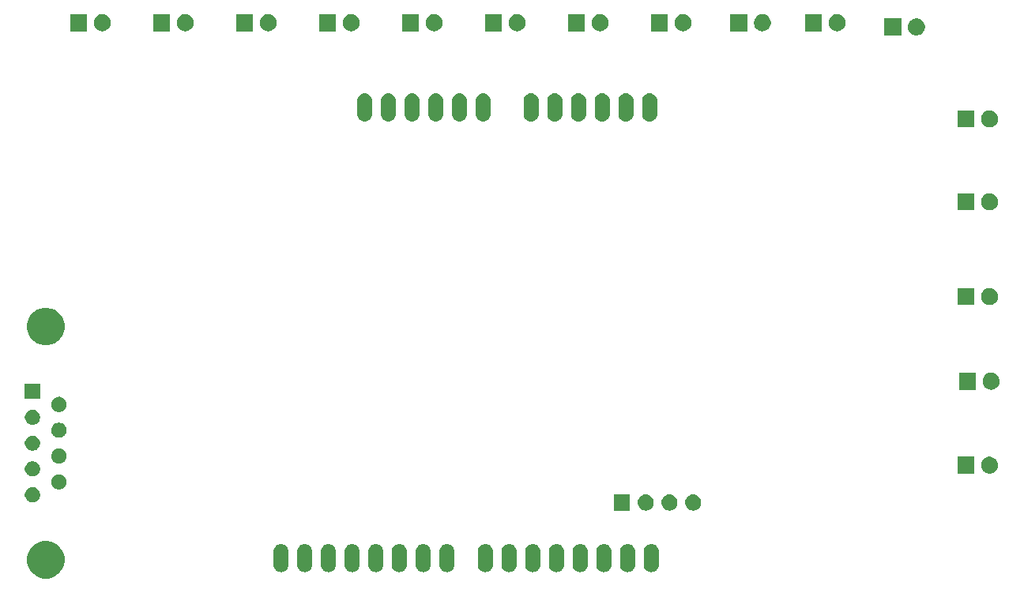
<source format=gbr>
G04 #@! TF.GenerationSoftware,KiCad,Pcbnew,(5.0.2)-1*
G04 #@! TF.CreationDate,2019-03-12T15:58:17+02:00*
G04 #@! TF.ProjectId,ev19dashboardv1,65763139-6461-4736-9862-6f6172647631,rev?*
G04 #@! TF.SameCoordinates,Original*
G04 #@! TF.FileFunction,Soldermask,Bot*
G04 #@! TF.FilePolarity,Negative*
%FSLAX46Y46*%
G04 Gerber Fmt 4.6, Leading zero omitted, Abs format (unit mm)*
G04 Created by KiCad (PCBNEW (5.0.2)-1) date 3/12/2019 3:58:17 PM*
%MOMM*%
%LPD*%
G01*
G04 APERTURE LIST*
%ADD10C,0.100000*%
G04 APERTURE END LIST*
D10*
G36*
X99826496Y-91197443D02*
X100192292Y-91348961D01*
X100521501Y-91568931D01*
X100801469Y-91848899D01*
X101021439Y-92178108D01*
X101172957Y-92543904D01*
X101250200Y-92932232D01*
X101250200Y-93328168D01*
X101172957Y-93716496D01*
X101021439Y-94082292D01*
X100801469Y-94411501D01*
X100521501Y-94691469D01*
X100192292Y-94911439D01*
X99826496Y-95062957D01*
X99438168Y-95140200D01*
X99042232Y-95140200D01*
X98653904Y-95062957D01*
X98288108Y-94911439D01*
X97958899Y-94691469D01*
X97678931Y-94411501D01*
X97458961Y-94082292D01*
X97307443Y-93716496D01*
X97230200Y-93328168D01*
X97230200Y-92932232D01*
X97307443Y-92543904D01*
X97458961Y-92178108D01*
X97678931Y-91848899D01*
X97958899Y-91568931D01*
X98288108Y-91348961D01*
X98653904Y-91197443D01*
X99042232Y-91120200D01*
X99438168Y-91120200D01*
X99826496Y-91197443D01*
X99826496Y-91197443D01*
G37*
G36*
X164298787Y-91461720D02*
X164451472Y-91508037D01*
X164592188Y-91583251D01*
X164715528Y-91684472D01*
X164816749Y-91807811D01*
X164891963Y-91948527D01*
X164938280Y-92101212D01*
X164950000Y-92220209D01*
X164950000Y-93699791D01*
X164938280Y-93818788D01*
X164891963Y-93971473D01*
X164816749Y-94112189D01*
X164715528Y-94235528D01*
X164592189Y-94336749D01*
X164451473Y-94411963D01*
X164298788Y-94458280D01*
X164140000Y-94473919D01*
X163981213Y-94458280D01*
X163828528Y-94411963D01*
X163687812Y-94336749D01*
X163564473Y-94235528D01*
X163463252Y-94112189D01*
X163388038Y-93971473D01*
X163341721Y-93818788D01*
X163330001Y-93699791D01*
X163330000Y-92220210D01*
X163341720Y-92101213D01*
X163388037Y-91948528D01*
X163463251Y-91807812D01*
X163564472Y-91684472D01*
X163687811Y-91583251D01*
X163828527Y-91508037D01*
X163981212Y-91461720D01*
X164140000Y-91446081D01*
X164298787Y-91461720D01*
X164298787Y-91461720D01*
G37*
G36*
X124608787Y-91461720D02*
X124761472Y-91508037D01*
X124902188Y-91583251D01*
X125025528Y-91684472D01*
X125126749Y-91807811D01*
X125201963Y-91948527D01*
X125248280Y-92101212D01*
X125260000Y-92220209D01*
X125260000Y-93699791D01*
X125248280Y-93818788D01*
X125201963Y-93971473D01*
X125126749Y-94112189D01*
X125025528Y-94235528D01*
X124902189Y-94336749D01*
X124761473Y-94411963D01*
X124608788Y-94458280D01*
X124450000Y-94473919D01*
X124291213Y-94458280D01*
X124138528Y-94411963D01*
X123997812Y-94336749D01*
X123874473Y-94235528D01*
X123773252Y-94112189D01*
X123698038Y-93971473D01*
X123651721Y-93818788D01*
X123640001Y-93699791D01*
X123640000Y-92220210D01*
X123651720Y-92101213D01*
X123698037Y-91948528D01*
X123773251Y-91807812D01*
X123874472Y-91684472D01*
X123997811Y-91583251D01*
X124138527Y-91508037D01*
X124291212Y-91461720D01*
X124450000Y-91446081D01*
X124608787Y-91461720D01*
X124608787Y-91461720D01*
G37*
G36*
X127148787Y-91461720D02*
X127301472Y-91508037D01*
X127442188Y-91583251D01*
X127565528Y-91684472D01*
X127666749Y-91807811D01*
X127741963Y-91948527D01*
X127788280Y-92101212D01*
X127800000Y-92220209D01*
X127800000Y-93699791D01*
X127788280Y-93818788D01*
X127741963Y-93971473D01*
X127666749Y-94112189D01*
X127565528Y-94235528D01*
X127442189Y-94336749D01*
X127301473Y-94411963D01*
X127148788Y-94458280D01*
X126990000Y-94473919D01*
X126831213Y-94458280D01*
X126678528Y-94411963D01*
X126537812Y-94336749D01*
X126414473Y-94235528D01*
X126313252Y-94112189D01*
X126238038Y-93971473D01*
X126191721Y-93818788D01*
X126180001Y-93699791D01*
X126180000Y-92220210D01*
X126191720Y-92101213D01*
X126238037Y-91948528D01*
X126313251Y-91807812D01*
X126414472Y-91684472D01*
X126537811Y-91583251D01*
X126678527Y-91508037D01*
X126831212Y-91461720D01*
X126990000Y-91446081D01*
X127148787Y-91461720D01*
X127148787Y-91461720D01*
G37*
G36*
X129688787Y-91461720D02*
X129841472Y-91508037D01*
X129982188Y-91583251D01*
X130105528Y-91684472D01*
X130206749Y-91807811D01*
X130281963Y-91948527D01*
X130328280Y-92101212D01*
X130340000Y-92220209D01*
X130340000Y-93699791D01*
X130328280Y-93818788D01*
X130281963Y-93971473D01*
X130206749Y-94112189D01*
X130105528Y-94235528D01*
X129982189Y-94336749D01*
X129841473Y-94411963D01*
X129688788Y-94458280D01*
X129530000Y-94473919D01*
X129371213Y-94458280D01*
X129218528Y-94411963D01*
X129077812Y-94336749D01*
X128954473Y-94235528D01*
X128853252Y-94112189D01*
X128778038Y-93971473D01*
X128731721Y-93818788D01*
X128720001Y-93699791D01*
X128720000Y-92220210D01*
X128731720Y-92101213D01*
X128778037Y-91948528D01*
X128853251Y-91807812D01*
X128954472Y-91684472D01*
X129077811Y-91583251D01*
X129218527Y-91508037D01*
X129371212Y-91461720D01*
X129530000Y-91446081D01*
X129688787Y-91461720D01*
X129688787Y-91461720D01*
G37*
G36*
X132228787Y-91461720D02*
X132381472Y-91508037D01*
X132522188Y-91583251D01*
X132645528Y-91684472D01*
X132746749Y-91807811D01*
X132821963Y-91948527D01*
X132868280Y-92101212D01*
X132880000Y-92220209D01*
X132880000Y-93699791D01*
X132868280Y-93818788D01*
X132821963Y-93971473D01*
X132746749Y-94112189D01*
X132645528Y-94235528D01*
X132522189Y-94336749D01*
X132381473Y-94411963D01*
X132228788Y-94458280D01*
X132070000Y-94473919D01*
X131911213Y-94458280D01*
X131758528Y-94411963D01*
X131617812Y-94336749D01*
X131494473Y-94235528D01*
X131393252Y-94112189D01*
X131318038Y-93971473D01*
X131271721Y-93818788D01*
X131260001Y-93699791D01*
X131260000Y-92220210D01*
X131271720Y-92101213D01*
X131318037Y-91948528D01*
X131393251Y-91807812D01*
X131494472Y-91684472D01*
X131617811Y-91583251D01*
X131758527Y-91508037D01*
X131911212Y-91461720D01*
X132070000Y-91446081D01*
X132228787Y-91461720D01*
X132228787Y-91461720D01*
G37*
G36*
X134768787Y-91461720D02*
X134921472Y-91508037D01*
X135062188Y-91583251D01*
X135185528Y-91684472D01*
X135286749Y-91807811D01*
X135361963Y-91948527D01*
X135408280Y-92101212D01*
X135420000Y-92220209D01*
X135420000Y-93699791D01*
X135408280Y-93818788D01*
X135361963Y-93971473D01*
X135286749Y-94112189D01*
X135185528Y-94235528D01*
X135062189Y-94336749D01*
X134921473Y-94411963D01*
X134768788Y-94458280D01*
X134610000Y-94473919D01*
X134451213Y-94458280D01*
X134298528Y-94411963D01*
X134157812Y-94336749D01*
X134034473Y-94235528D01*
X133933252Y-94112189D01*
X133858038Y-93971473D01*
X133811721Y-93818788D01*
X133800001Y-93699791D01*
X133800000Y-92220210D01*
X133811720Y-92101213D01*
X133858037Y-91948528D01*
X133933251Y-91807812D01*
X134034472Y-91684472D01*
X134157811Y-91583251D01*
X134298527Y-91508037D01*
X134451212Y-91461720D01*
X134610000Y-91446081D01*
X134768787Y-91461720D01*
X134768787Y-91461720D01*
G37*
G36*
X137288787Y-91461720D02*
X137441472Y-91508037D01*
X137582188Y-91583251D01*
X137705528Y-91684472D01*
X137806749Y-91807811D01*
X137881963Y-91948527D01*
X137928280Y-92101212D01*
X137940000Y-92220209D01*
X137940000Y-93699791D01*
X137928280Y-93818788D01*
X137881963Y-93971473D01*
X137806749Y-94112189D01*
X137705528Y-94235528D01*
X137582189Y-94336749D01*
X137441473Y-94411963D01*
X137288788Y-94458280D01*
X137130000Y-94473919D01*
X136971213Y-94458280D01*
X136818528Y-94411963D01*
X136677812Y-94336749D01*
X136554473Y-94235528D01*
X136453252Y-94112189D01*
X136378038Y-93971473D01*
X136331721Y-93818788D01*
X136320001Y-93699791D01*
X136320000Y-92220210D01*
X136331720Y-92101213D01*
X136378037Y-91948528D01*
X136453251Y-91807812D01*
X136554472Y-91684472D01*
X136677811Y-91583251D01*
X136818527Y-91508037D01*
X136971212Y-91461720D01*
X137130000Y-91446081D01*
X137288787Y-91461720D01*
X137288787Y-91461720D01*
G37*
G36*
X139848787Y-91461720D02*
X140001472Y-91508037D01*
X140142188Y-91583251D01*
X140265528Y-91684472D01*
X140366749Y-91807811D01*
X140441963Y-91948527D01*
X140488280Y-92101212D01*
X140500000Y-92220209D01*
X140500000Y-93699791D01*
X140488280Y-93818788D01*
X140441963Y-93971473D01*
X140366749Y-94112189D01*
X140265528Y-94235528D01*
X140142189Y-94336749D01*
X140001473Y-94411963D01*
X139848788Y-94458280D01*
X139690000Y-94473919D01*
X139531213Y-94458280D01*
X139378528Y-94411963D01*
X139237812Y-94336749D01*
X139114473Y-94235528D01*
X139013252Y-94112189D01*
X138938038Y-93971473D01*
X138891721Y-93818788D01*
X138880001Y-93699791D01*
X138880000Y-92220210D01*
X138891720Y-92101213D01*
X138938037Y-91948528D01*
X139013251Y-91807812D01*
X139114472Y-91684472D01*
X139237811Y-91583251D01*
X139378527Y-91508037D01*
X139531212Y-91461720D01*
X139690000Y-91446081D01*
X139848787Y-91461720D01*
X139848787Y-91461720D01*
G37*
G36*
X146518787Y-91461720D02*
X146671472Y-91508037D01*
X146812188Y-91583251D01*
X146935528Y-91684472D01*
X147036749Y-91807811D01*
X147111963Y-91948527D01*
X147158280Y-92101212D01*
X147170000Y-92220209D01*
X147170000Y-93699791D01*
X147158280Y-93818788D01*
X147111963Y-93971473D01*
X147036749Y-94112189D01*
X146935528Y-94235528D01*
X146812189Y-94336749D01*
X146671473Y-94411963D01*
X146518788Y-94458280D01*
X146360000Y-94473919D01*
X146201213Y-94458280D01*
X146048528Y-94411963D01*
X145907812Y-94336749D01*
X145784473Y-94235528D01*
X145683252Y-94112189D01*
X145608038Y-93971473D01*
X145561721Y-93818788D01*
X145550001Y-93699791D01*
X145550000Y-92220210D01*
X145561720Y-92101213D01*
X145608037Y-91948528D01*
X145683251Y-91807812D01*
X145784472Y-91684472D01*
X145907811Y-91583251D01*
X146048527Y-91508037D01*
X146201212Y-91461720D01*
X146360000Y-91446081D01*
X146518787Y-91461720D01*
X146518787Y-91461720D01*
G37*
G36*
X149058787Y-91461720D02*
X149211472Y-91508037D01*
X149352188Y-91583251D01*
X149475528Y-91684472D01*
X149576749Y-91807811D01*
X149651963Y-91948527D01*
X149698280Y-92101212D01*
X149710000Y-92220209D01*
X149710000Y-93699791D01*
X149698280Y-93818788D01*
X149651963Y-93971473D01*
X149576749Y-94112189D01*
X149475528Y-94235528D01*
X149352189Y-94336749D01*
X149211473Y-94411963D01*
X149058788Y-94458280D01*
X148900000Y-94473919D01*
X148741213Y-94458280D01*
X148588528Y-94411963D01*
X148447812Y-94336749D01*
X148324473Y-94235528D01*
X148223252Y-94112189D01*
X148148038Y-93971473D01*
X148101721Y-93818788D01*
X148090001Y-93699791D01*
X148090000Y-92220210D01*
X148101720Y-92101213D01*
X148148037Y-91948528D01*
X148223251Y-91807812D01*
X148324472Y-91684472D01*
X148447811Y-91583251D01*
X148588527Y-91508037D01*
X148741212Y-91461720D01*
X148900000Y-91446081D01*
X149058787Y-91461720D01*
X149058787Y-91461720D01*
G37*
G36*
X151598787Y-91461720D02*
X151751472Y-91508037D01*
X151892188Y-91583251D01*
X152015528Y-91684472D01*
X152116749Y-91807811D01*
X152191963Y-91948527D01*
X152238280Y-92101212D01*
X152250000Y-92220209D01*
X152250000Y-93699791D01*
X152238280Y-93818788D01*
X152191963Y-93971473D01*
X152116749Y-94112189D01*
X152015528Y-94235528D01*
X151892189Y-94336749D01*
X151751473Y-94411963D01*
X151598788Y-94458280D01*
X151440000Y-94473919D01*
X151281213Y-94458280D01*
X151128528Y-94411963D01*
X150987812Y-94336749D01*
X150864473Y-94235528D01*
X150763252Y-94112189D01*
X150688038Y-93971473D01*
X150641721Y-93818788D01*
X150630001Y-93699791D01*
X150630000Y-92220210D01*
X150641720Y-92101213D01*
X150688037Y-91948528D01*
X150763251Y-91807812D01*
X150864472Y-91684472D01*
X150987811Y-91583251D01*
X151128527Y-91508037D01*
X151281212Y-91461720D01*
X151440000Y-91446081D01*
X151598787Y-91461720D01*
X151598787Y-91461720D01*
G37*
G36*
X154138787Y-91461720D02*
X154291472Y-91508037D01*
X154432188Y-91583251D01*
X154555528Y-91684472D01*
X154656749Y-91807811D01*
X154731963Y-91948527D01*
X154778280Y-92101212D01*
X154790000Y-92220209D01*
X154790000Y-93699791D01*
X154778280Y-93818788D01*
X154731963Y-93971473D01*
X154656749Y-94112189D01*
X154555528Y-94235528D01*
X154432189Y-94336749D01*
X154291473Y-94411963D01*
X154138788Y-94458280D01*
X153980000Y-94473919D01*
X153821213Y-94458280D01*
X153668528Y-94411963D01*
X153527812Y-94336749D01*
X153404473Y-94235528D01*
X153303252Y-94112189D01*
X153228038Y-93971473D01*
X153181721Y-93818788D01*
X153170001Y-93699791D01*
X153170000Y-92220210D01*
X153181720Y-92101213D01*
X153228037Y-91948528D01*
X153303251Y-91807812D01*
X153404472Y-91684472D01*
X153527811Y-91583251D01*
X153668527Y-91508037D01*
X153821212Y-91461720D01*
X153980000Y-91446081D01*
X154138787Y-91461720D01*
X154138787Y-91461720D01*
G37*
G36*
X156678787Y-91461720D02*
X156831472Y-91508037D01*
X156972188Y-91583251D01*
X157095528Y-91684472D01*
X157196749Y-91807811D01*
X157271963Y-91948527D01*
X157318280Y-92101212D01*
X157330000Y-92220209D01*
X157330000Y-93699791D01*
X157318280Y-93818788D01*
X157271963Y-93971473D01*
X157196749Y-94112189D01*
X157095528Y-94235528D01*
X156972189Y-94336749D01*
X156831473Y-94411963D01*
X156678788Y-94458280D01*
X156520000Y-94473919D01*
X156361213Y-94458280D01*
X156208528Y-94411963D01*
X156067812Y-94336749D01*
X155944473Y-94235528D01*
X155843252Y-94112189D01*
X155768038Y-93971473D01*
X155721721Y-93818788D01*
X155710001Y-93699791D01*
X155710000Y-92220210D01*
X155721720Y-92101213D01*
X155768037Y-91948528D01*
X155843251Y-91807812D01*
X155944472Y-91684472D01*
X156067811Y-91583251D01*
X156208527Y-91508037D01*
X156361212Y-91461720D01*
X156520000Y-91446081D01*
X156678787Y-91461720D01*
X156678787Y-91461720D01*
G37*
G36*
X159218787Y-91461720D02*
X159371472Y-91508037D01*
X159512188Y-91583251D01*
X159635528Y-91684472D01*
X159736749Y-91807811D01*
X159811963Y-91948527D01*
X159858280Y-92101212D01*
X159870000Y-92220209D01*
X159870000Y-93699791D01*
X159858280Y-93818788D01*
X159811963Y-93971473D01*
X159736749Y-94112189D01*
X159635528Y-94235528D01*
X159512189Y-94336749D01*
X159371473Y-94411963D01*
X159218788Y-94458280D01*
X159060000Y-94473919D01*
X158901213Y-94458280D01*
X158748528Y-94411963D01*
X158607812Y-94336749D01*
X158484473Y-94235528D01*
X158383252Y-94112189D01*
X158308038Y-93971473D01*
X158261721Y-93818788D01*
X158250001Y-93699791D01*
X158250000Y-92220210D01*
X158261720Y-92101213D01*
X158308037Y-91948528D01*
X158383251Y-91807812D01*
X158484472Y-91684472D01*
X158607811Y-91583251D01*
X158748527Y-91508037D01*
X158901212Y-91461720D01*
X159060000Y-91446081D01*
X159218787Y-91461720D01*
X159218787Y-91461720D01*
G37*
G36*
X161758787Y-91461720D02*
X161911472Y-91508037D01*
X162052188Y-91583251D01*
X162175528Y-91684472D01*
X162276749Y-91807811D01*
X162351963Y-91948527D01*
X162398280Y-92101212D01*
X162410000Y-92220209D01*
X162410000Y-93699791D01*
X162398280Y-93818788D01*
X162351963Y-93971473D01*
X162276749Y-94112189D01*
X162175528Y-94235528D01*
X162052189Y-94336749D01*
X161911473Y-94411963D01*
X161758788Y-94458280D01*
X161600000Y-94473919D01*
X161441213Y-94458280D01*
X161288528Y-94411963D01*
X161147812Y-94336749D01*
X161024473Y-94235528D01*
X160923252Y-94112189D01*
X160848038Y-93971473D01*
X160801721Y-93818788D01*
X160790001Y-93699791D01*
X160790000Y-92220210D01*
X160801720Y-92101213D01*
X160848037Y-91948528D01*
X160923251Y-91807812D01*
X161024472Y-91684472D01*
X161147811Y-91583251D01*
X161288527Y-91508037D01*
X161441212Y-91461720D01*
X161600000Y-91446081D01*
X161758787Y-91461720D01*
X161758787Y-91461720D01*
G37*
G36*
X142388787Y-91461720D02*
X142541472Y-91508037D01*
X142682188Y-91583251D01*
X142805528Y-91684472D01*
X142906749Y-91807811D01*
X142981963Y-91948527D01*
X143028280Y-92101212D01*
X143040000Y-92220209D01*
X143040000Y-93699791D01*
X143028280Y-93818788D01*
X142981963Y-93971473D01*
X142906749Y-94112189D01*
X142805528Y-94235528D01*
X142682189Y-94336749D01*
X142541473Y-94411963D01*
X142388788Y-94458280D01*
X142230000Y-94473919D01*
X142071213Y-94458280D01*
X141918528Y-94411963D01*
X141777812Y-94336749D01*
X141654473Y-94235528D01*
X141553252Y-94112189D01*
X141478038Y-93971473D01*
X141431721Y-93818788D01*
X141420001Y-93699791D01*
X141420000Y-92220210D01*
X141431720Y-92101213D01*
X141478037Y-91948528D01*
X141553251Y-91807812D01*
X141654472Y-91684472D01*
X141777811Y-91583251D01*
X141918527Y-91508037D01*
X142071212Y-91461720D01*
X142230000Y-91446081D01*
X142388787Y-91461720D01*
X142388787Y-91461720D01*
G37*
G36*
X168788589Y-86152444D02*
X168950700Y-86201619D01*
X169100102Y-86281476D01*
X169231054Y-86388946D01*
X169338524Y-86519898D01*
X169418381Y-86669300D01*
X169467556Y-86831411D01*
X169484161Y-87000000D01*
X169467556Y-87168589D01*
X169418381Y-87330700D01*
X169338524Y-87480102D01*
X169231054Y-87611054D01*
X169100102Y-87718524D01*
X168950700Y-87798381D01*
X168788589Y-87847556D01*
X168662246Y-87860000D01*
X168577754Y-87860000D01*
X168451411Y-87847556D01*
X168289300Y-87798381D01*
X168139898Y-87718524D01*
X168008946Y-87611054D01*
X167901476Y-87480102D01*
X167821619Y-87330700D01*
X167772444Y-87168589D01*
X167755839Y-87000000D01*
X167772444Y-86831411D01*
X167821619Y-86669300D01*
X167901476Y-86519898D01*
X168008946Y-86388946D01*
X168139898Y-86281476D01*
X168289300Y-86201619D01*
X168451411Y-86152444D01*
X168577754Y-86140000D01*
X168662246Y-86140000D01*
X168788589Y-86152444D01*
X168788589Y-86152444D01*
G37*
G36*
X163708589Y-86152444D02*
X163870700Y-86201619D01*
X164020102Y-86281476D01*
X164151054Y-86388946D01*
X164258524Y-86519898D01*
X164338381Y-86669300D01*
X164387556Y-86831411D01*
X164404161Y-87000000D01*
X164387556Y-87168589D01*
X164338381Y-87330700D01*
X164258524Y-87480102D01*
X164151054Y-87611054D01*
X164020102Y-87718524D01*
X163870700Y-87798381D01*
X163708589Y-87847556D01*
X163582246Y-87860000D01*
X163497754Y-87860000D01*
X163371411Y-87847556D01*
X163209300Y-87798381D01*
X163059898Y-87718524D01*
X162928946Y-87611054D01*
X162821476Y-87480102D01*
X162741619Y-87330700D01*
X162692444Y-87168589D01*
X162675839Y-87000000D01*
X162692444Y-86831411D01*
X162741619Y-86669300D01*
X162821476Y-86519898D01*
X162928946Y-86388946D01*
X163059898Y-86281476D01*
X163209300Y-86201619D01*
X163371411Y-86152444D01*
X163497754Y-86140000D01*
X163582246Y-86140000D01*
X163708589Y-86152444D01*
X163708589Y-86152444D01*
G37*
G36*
X166248589Y-86152444D02*
X166410700Y-86201619D01*
X166560102Y-86281476D01*
X166691054Y-86388946D01*
X166798524Y-86519898D01*
X166878381Y-86669300D01*
X166927556Y-86831411D01*
X166944161Y-87000000D01*
X166927556Y-87168589D01*
X166878381Y-87330700D01*
X166798524Y-87480102D01*
X166691054Y-87611054D01*
X166560102Y-87718524D01*
X166410700Y-87798381D01*
X166248589Y-87847556D01*
X166122246Y-87860000D01*
X166037754Y-87860000D01*
X165911411Y-87847556D01*
X165749300Y-87798381D01*
X165599898Y-87718524D01*
X165468946Y-87611054D01*
X165361476Y-87480102D01*
X165281619Y-87330700D01*
X165232444Y-87168589D01*
X165215839Y-87000000D01*
X165232444Y-86831411D01*
X165281619Y-86669300D01*
X165361476Y-86519898D01*
X165468946Y-86388946D01*
X165599898Y-86281476D01*
X165749300Y-86201619D01*
X165911411Y-86152444D01*
X166037754Y-86140000D01*
X166122246Y-86140000D01*
X166248589Y-86152444D01*
X166248589Y-86152444D01*
G37*
G36*
X161860000Y-87860000D02*
X160140000Y-87860000D01*
X160140000Y-86140000D01*
X161860000Y-86140000D01*
X161860000Y-87860000D01*
X161860000Y-87860000D01*
G37*
G36*
X97938834Y-85367929D02*
X98056466Y-85391327D01*
X98056469Y-85391328D01*
X98056468Y-85391328D01*
X98203879Y-85452388D01*
X98203882Y-85452390D01*
X98336542Y-85541029D01*
X98449371Y-85653858D01*
X98538010Y-85786518D01*
X98538012Y-85786521D01*
X98587795Y-85906707D01*
X98599073Y-85933934D01*
X98630200Y-86090423D01*
X98630200Y-86249977D01*
X98599073Y-86406466D01*
X98599072Y-86406468D01*
X98538012Y-86553879D01*
X98538010Y-86553882D01*
X98449371Y-86686542D01*
X98336542Y-86799371D01*
X98203882Y-86888010D01*
X98203879Y-86888012D01*
X98083693Y-86937795D01*
X98056466Y-86949073D01*
X97938834Y-86972471D01*
X97899978Y-86980200D01*
X97740422Y-86980200D01*
X97701566Y-86972471D01*
X97583934Y-86949073D01*
X97556707Y-86937795D01*
X97436521Y-86888012D01*
X97436518Y-86888010D01*
X97303858Y-86799371D01*
X97191029Y-86686542D01*
X97102390Y-86553882D01*
X97102388Y-86553879D01*
X97041328Y-86406468D01*
X97041327Y-86406466D01*
X97010200Y-86249977D01*
X97010200Y-86090423D01*
X97041327Y-85933934D01*
X97052605Y-85906707D01*
X97102388Y-85786521D01*
X97102390Y-85786518D01*
X97191029Y-85653858D01*
X97303858Y-85541029D01*
X97436518Y-85452390D01*
X97436521Y-85452388D01*
X97583932Y-85391328D01*
X97583931Y-85391328D01*
X97583934Y-85391327D01*
X97701566Y-85367929D01*
X97740422Y-85360200D01*
X97899978Y-85360200D01*
X97938834Y-85367929D01*
X97938834Y-85367929D01*
G37*
G36*
X100778834Y-83982929D02*
X100896466Y-84006327D01*
X100896469Y-84006328D01*
X100896468Y-84006328D01*
X101043879Y-84067388D01*
X101043882Y-84067390D01*
X101176542Y-84156029D01*
X101289371Y-84268858D01*
X101378010Y-84401518D01*
X101378012Y-84401521D01*
X101427795Y-84521707D01*
X101439073Y-84548934D01*
X101470200Y-84705423D01*
X101470200Y-84864977D01*
X101439073Y-85021466D01*
X101439072Y-85021468D01*
X101378012Y-85168879D01*
X101378010Y-85168882D01*
X101289371Y-85301542D01*
X101176542Y-85414371D01*
X101043882Y-85503010D01*
X101043879Y-85503012D01*
X100952098Y-85541029D01*
X100896466Y-85564073D01*
X100778834Y-85587471D01*
X100739978Y-85595200D01*
X100580422Y-85595200D01*
X100541566Y-85587471D01*
X100423934Y-85564073D01*
X100368302Y-85541029D01*
X100276521Y-85503012D01*
X100276518Y-85503010D01*
X100143858Y-85414371D01*
X100031029Y-85301542D01*
X99942390Y-85168882D01*
X99942388Y-85168879D01*
X99881328Y-85021468D01*
X99881327Y-85021466D01*
X99850200Y-84864977D01*
X99850200Y-84705423D01*
X99881327Y-84548934D01*
X99892605Y-84521707D01*
X99942388Y-84401521D01*
X99942390Y-84401518D01*
X100031029Y-84268858D01*
X100143858Y-84156029D01*
X100276518Y-84067390D01*
X100276521Y-84067388D01*
X100423932Y-84006328D01*
X100423931Y-84006328D01*
X100423934Y-84006327D01*
X100541566Y-83982929D01*
X100580422Y-83975200D01*
X100739978Y-83975200D01*
X100778834Y-83982929D01*
X100778834Y-83982929D01*
G37*
G36*
X97938834Y-82597929D02*
X98056466Y-82621327D01*
X98056469Y-82621328D01*
X98056468Y-82621328D01*
X98203879Y-82682388D01*
X98203882Y-82682390D01*
X98336542Y-82771029D01*
X98449371Y-82883858D01*
X98538010Y-83016518D01*
X98538012Y-83016521D01*
X98587795Y-83136707D01*
X98599073Y-83163934D01*
X98630200Y-83320423D01*
X98630200Y-83479977D01*
X98599073Y-83636466D01*
X98599072Y-83636468D01*
X98538012Y-83783879D01*
X98538010Y-83783882D01*
X98449371Y-83916542D01*
X98336542Y-84029371D01*
X98203882Y-84118010D01*
X98203879Y-84118012D01*
X98112098Y-84156029D01*
X98056466Y-84179073D01*
X97938834Y-84202471D01*
X97899978Y-84210200D01*
X97740422Y-84210200D01*
X97701566Y-84202471D01*
X97583934Y-84179073D01*
X97528302Y-84156029D01*
X97436521Y-84118012D01*
X97436518Y-84118010D01*
X97303858Y-84029371D01*
X97191029Y-83916542D01*
X97102390Y-83783882D01*
X97102388Y-83783879D01*
X97041328Y-83636468D01*
X97041327Y-83636466D01*
X97010200Y-83479977D01*
X97010200Y-83320423D01*
X97041327Y-83163934D01*
X97052605Y-83136707D01*
X97102388Y-83016521D01*
X97102390Y-83016518D01*
X97191029Y-82883858D01*
X97303858Y-82771029D01*
X97436518Y-82682390D01*
X97436521Y-82682388D01*
X97583932Y-82621328D01*
X97583931Y-82621328D01*
X97583934Y-82621327D01*
X97701566Y-82597929D01*
X97740422Y-82590200D01*
X97899978Y-82590200D01*
X97938834Y-82597929D01*
X97938834Y-82597929D01*
G37*
G36*
X200484653Y-82094978D02*
X200635435Y-82124970D01*
X200635438Y-82124971D01*
X200635437Y-82124971D01*
X200801047Y-82193569D01*
X200801050Y-82193571D01*
X200950088Y-82293154D01*
X201076846Y-82419912D01*
X201151434Y-82531542D01*
X201176431Y-82568953D01*
X201198125Y-82621327D01*
X201245030Y-82734565D01*
X201280000Y-82910374D01*
X201280000Y-83089626D01*
X201245030Y-83265435D01*
X201245029Y-83265437D01*
X201176431Y-83431047D01*
X201176429Y-83431050D01*
X201076846Y-83580088D01*
X200950088Y-83706846D01*
X200834794Y-83783882D01*
X200801047Y-83806431D01*
X200666024Y-83862360D01*
X200635435Y-83875030D01*
X200503280Y-83901317D01*
X200459627Y-83910000D01*
X200280373Y-83910000D01*
X200236720Y-83901317D01*
X200104565Y-83875030D01*
X200073976Y-83862360D01*
X199938953Y-83806431D01*
X199905206Y-83783882D01*
X199789912Y-83706846D01*
X199663154Y-83580088D01*
X199563571Y-83431050D01*
X199563569Y-83431047D01*
X199494971Y-83265437D01*
X199494970Y-83265435D01*
X199460000Y-83089626D01*
X199460000Y-82910374D01*
X199494970Y-82734565D01*
X199541875Y-82621327D01*
X199563569Y-82568953D01*
X199588566Y-82531542D01*
X199663154Y-82419912D01*
X199789912Y-82293154D01*
X199938950Y-82193571D01*
X199938953Y-82193569D01*
X200104563Y-82124971D01*
X200104562Y-82124971D01*
X200104565Y-82124970D01*
X200255347Y-82094978D01*
X200280373Y-82090000D01*
X200459627Y-82090000D01*
X200484653Y-82094978D01*
X200484653Y-82094978D01*
G37*
G36*
X198740000Y-83910000D02*
X196920000Y-83910000D01*
X196920000Y-82090000D01*
X198740000Y-82090000D01*
X198740000Y-83910000D01*
X198740000Y-83910000D01*
G37*
G36*
X100778834Y-81212929D02*
X100896466Y-81236327D01*
X100896469Y-81236328D01*
X100896468Y-81236328D01*
X101043879Y-81297388D01*
X101043882Y-81297390D01*
X101176542Y-81386029D01*
X101289371Y-81498858D01*
X101378010Y-81631518D01*
X101378012Y-81631521D01*
X101427795Y-81751707D01*
X101439073Y-81778934D01*
X101470200Y-81935423D01*
X101470200Y-82094977D01*
X101439073Y-82251466D01*
X101439072Y-82251468D01*
X101378012Y-82398879D01*
X101378010Y-82398882D01*
X101289371Y-82531542D01*
X101176542Y-82644371D01*
X101043882Y-82733010D01*
X101043879Y-82733012D01*
X100952098Y-82771029D01*
X100896466Y-82794073D01*
X100778834Y-82817471D01*
X100739978Y-82825200D01*
X100580422Y-82825200D01*
X100541566Y-82817471D01*
X100423934Y-82794073D01*
X100368302Y-82771029D01*
X100276521Y-82733012D01*
X100276518Y-82733010D01*
X100143858Y-82644371D01*
X100031029Y-82531542D01*
X99942390Y-82398882D01*
X99942388Y-82398879D01*
X99881328Y-82251468D01*
X99881327Y-82251466D01*
X99850200Y-82094977D01*
X99850200Y-81935423D01*
X99881327Y-81778934D01*
X99892605Y-81751707D01*
X99942388Y-81631521D01*
X99942390Y-81631518D01*
X100031029Y-81498858D01*
X100143858Y-81386029D01*
X100276518Y-81297390D01*
X100276521Y-81297388D01*
X100423932Y-81236328D01*
X100423931Y-81236328D01*
X100423934Y-81236327D01*
X100541566Y-81212929D01*
X100580422Y-81205200D01*
X100739978Y-81205200D01*
X100778834Y-81212929D01*
X100778834Y-81212929D01*
G37*
G36*
X97938834Y-79827929D02*
X98056466Y-79851327D01*
X98056469Y-79851328D01*
X98056468Y-79851328D01*
X98203879Y-79912388D01*
X98203882Y-79912390D01*
X98336542Y-80001029D01*
X98449371Y-80113858D01*
X98538010Y-80246518D01*
X98538012Y-80246521D01*
X98587795Y-80366707D01*
X98599073Y-80393934D01*
X98630200Y-80550423D01*
X98630200Y-80709977D01*
X98599073Y-80866466D01*
X98599072Y-80866468D01*
X98538012Y-81013879D01*
X98538010Y-81013882D01*
X98449371Y-81146542D01*
X98336542Y-81259371D01*
X98203882Y-81348010D01*
X98203879Y-81348012D01*
X98112098Y-81386029D01*
X98056466Y-81409073D01*
X97938834Y-81432471D01*
X97899978Y-81440200D01*
X97740422Y-81440200D01*
X97701566Y-81432471D01*
X97583934Y-81409073D01*
X97528302Y-81386029D01*
X97436521Y-81348012D01*
X97436518Y-81348010D01*
X97303858Y-81259371D01*
X97191029Y-81146542D01*
X97102390Y-81013882D01*
X97102388Y-81013879D01*
X97041328Y-80866468D01*
X97041327Y-80866466D01*
X97010200Y-80709977D01*
X97010200Y-80550423D01*
X97041327Y-80393934D01*
X97052605Y-80366707D01*
X97102388Y-80246521D01*
X97102390Y-80246518D01*
X97191029Y-80113858D01*
X97303858Y-80001029D01*
X97436518Y-79912390D01*
X97436521Y-79912388D01*
X97583932Y-79851328D01*
X97583931Y-79851328D01*
X97583934Y-79851327D01*
X97701566Y-79827929D01*
X97740422Y-79820200D01*
X97899978Y-79820200D01*
X97938834Y-79827929D01*
X97938834Y-79827929D01*
G37*
G36*
X100778834Y-78442929D02*
X100896466Y-78466327D01*
X100896469Y-78466328D01*
X100896468Y-78466328D01*
X101043879Y-78527388D01*
X101043882Y-78527390D01*
X101176542Y-78616029D01*
X101289371Y-78728858D01*
X101378010Y-78861518D01*
X101378012Y-78861521D01*
X101427795Y-78981707D01*
X101439073Y-79008934D01*
X101470200Y-79165423D01*
X101470200Y-79324977D01*
X101439073Y-79481466D01*
X101439072Y-79481468D01*
X101378012Y-79628879D01*
X101378010Y-79628882D01*
X101289371Y-79761542D01*
X101176542Y-79874371D01*
X101043882Y-79963010D01*
X101043879Y-79963012D01*
X100952098Y-80001029D01*
X100896466Y-80024073D01*
X100778834Y-80047471D01*
X100739978Y-80055200D01*
X100580422Y-80055200D01*
X100541566Y-80047471D01*
X100423934Y-80024073D01*
X100368302Y-80001029D01*
X100276521Y-79963012D01*
X100276518Y-79963010D01*
X100143858Y-79874371D01*
X100031029Y-79761542D01*
X99942390Y-79628882D01*
X99942388Y-79628879D01*
X99881328Y-79481468D01*
X99881327Y-79481466D01*
X99850200Y-79324977D01*
X99850200Y-79165423D01*
X99881327Y-79008934D01*
X99892605Y-78981707D01*
X99942388Y-78861521D01*
X99942390Y-78861518D01*
X100031029Y-78728858D01*
X100143858Y-78616029D01*
X100276518Y-78527390D01*
X100276521Y-78527388D01*
X100423932Y-78466328D01*
X100423931Y-78466328D01*
X100423934Y-78466327D01*
X100541566Y-78442929D01*
X100580422Y-78435200D01*
X100739978Y-78435200D01*
X100778834Y-78442929D01*
X100778834Y-78442929D01*
G37*
G36*
X97938834Y-77057929D02*
X98056466Y-77081327D01*
X98056469Y-77081328D01*
X98056468Y-77081328D01*
X98203879Y-77142388D01*
X98203882Y-77142390D01*
X98336542Y-77231029D01*
X98449371Y-77343858D01*
X98538010Y-77476518D01*
X98538012Y-77476521D01*
X98587795Y-77596707D01*
X98599073Y-77623934D01*
X98630200Y-77780423D01*
X98630200Y-77939977D01*
X98599073Y-78096466D01*
X98599072Y-78096468D01*
X98538012Y-78243879D01*
X98538010Y-78243882D01*
X98449371Y-78376542D01*
X98336542Y-78489371D01*
X98203882Y-78578010D01*
X98203879Y-78578012D01*
X98112098Y-78616029D01*
X98056466Y-78639073D01*
X97938834Y-78662471D01*
X97899978Y-78670200D01*
X97740422Y-78670200D01*
X97701566Y-78662471D01*
X97583934Y-78639073D01*
X97528302Y-78616029D01*
X97436521Y-78578012D01*
X97436518Y-78578010D01*
X97303858Y-78489371D01*
X97191029Y-78376542D01*
X97102390Y-78243882D01*
X97102388Y-78243879D01*
X97041328Y-78096468D01*
X97041327Y-78096466D01*
X97010200Y-77939977D01*
X97010200Y-77780423D01*
X97041327Y-77623934D01*
X97052605Y-77596707D01*
X97102388Y-77476521D01*
X97102390Y-77476518D01*
X97191029Y-77343858D01*
X97303858Y-77231029D01*
X97436518Y-77142390D01*
X97436521Y-77142388D01*
X97583932Y-77081328D01*
X97583931Y-77081328D01*
X97583934Y-77081327D01*
X97701566Y-77057929D01*
X97740422Y-77050200D01*
X97899978Y-77050200D01*
X97938834Y-77057929D01*
X97938834Y-77057929D01*
G37*
G36*
X100778834Y-75672929D02*
X100896466Y-75696327D01*
X100896469Y-75696328D01*
X100896468Y-75696328D01*
X101043879Y-75757388D01*
X101043882Y-75757390D01*
X101176542Y-75846029D01*
X101289371Y-75958858D01*
X101378010Y-76091518D01*
X101378012Y-76091521D01*
X101427795Y-76211707D01*
X101439073Y-76238934D01*
X101470200Y-76395423D01*
X101470200Y-76554977D01*
X101439073Y-76711466D01*
X101439072Y-76711468D01*
X101378012Y-76858879D01*
X101378010Y-76858882D01*
X101289371Y-76991542D01*
X101176542Y-77104371D01*
X101043882Y-77193010D01*
X101043879Y-77193012D01*
X100952098Y-77231029D01*
X100896466Y-77254073D01*
X100778834Y-77277471D01*
X100739978Y-77285200D01*
X100580422Y-77285200D01*
X100541566Y-77277471D01*
X100423934Y-77254073D01*
X100368302Y-77231029D01*
X100276521Y-77193012D01*
X100276518Y-77193010D01*
X100143858Y-77104371D01*
X100031029Y-76991542D01*
X99942390Y-76858882D01*
X99942388Y-76858879D01*
X99881328Y-76711468D01*
X99881327Y-76711466D01*
X99850200Y-76554977D01*
X99850200Y-76395423D01*
X99881327Y-76238934D01*
X99892605Y-76211707D01*
X99942388Y-76091521D01*
X99942390Y-76091518D01*
X100031029Y-75958858D01*
X100143858Y-75846029D01*
X100276518Y-75757390D01*
X100276521Y-75757388D01*
X100423932Y-75696328D01*
X100423931Y-75696328D01*
X100423934Y-75696327D01*
X100541566Y-75672929D01*
X100580422Y-75665200D01*
X100739978Y-75665200D01*
X100778834Y-75672929D01*
X100778834Y-75672929D01*
G37*
G36*
X98630200Y-75900200D02*
X97010200Y-75900200D01*
X97010200Y-74280200D01*
X98630200Y-74280200D01*
X98630200Y-75900200D01*
X98630200Y-75900200D01*
G37*
G36*
X198910000Y-74910000D02*
X197090000Y-74910000D01*
X197090000Y-73090000D01*
X198910000Y-73090000D01*
X198910000Y-74910000D01*
X198910000Y-74910000D01*
G37*
G36*
X200673280Y-73098683D02*
X200805435Y-73124970D01*
X200805438Y-73124971D01*
X200805437Y-73124971D01*
X200971047Y-73193569D01*
X200971050Y-73193571D01*
X201120088Y-73293154D01*
X201246846Y-73419912D01*
X201346429Y-73568950D01*
X201346431Y-73568953D01*
X201402360Y-73703976D01*
X201415030Y-73734565D01*
X201450000Y-73910374D01*
X201450000Y-74089626D01*
X201415030Y-74265435D01*
X201415029Y-74265437D01*
X201346431Y-74431047D01*
X201346429Y-74431050D01*
X201246846Y-74580088D01*
X201120088Y-74706846D01*
X200971050Y-74806429D01*
X200971047Y-74806431D01*
X200836024Y-74862360D01*
X200805435Y-74875030D01*
X200673280Y-74901317D01*
X200629627Y-74910000D01*
X200450373Y-74910000D01*
X200406720Y-74901317D01*
X200274565Y-74875030D01*
X200243976Y-74862360D01*
X200108953Y-74806431D01*
X200108950Y-74806429D01*
X199959912Y-74706846D01*
X199833154Y-74580088D01*
X199733571Y-74431050D01*
X199733569Y-74431047D01*
X199664971Y-74265437D01*
X199664970Y-74265435D01*
X199630000Y-74089626D01*
X199630000Y-73910374D01*
X199664970Y-73734565D01*
X199677640Y-73703976D01*
X199733569Y-73568953D01*
X199733571Y-73568950D01*
X199833154Y-73419912D01*
X199959912Y-73293154D01*
X200108950Y-73193571D01*
X200108953Y-73193569D01*
X200274563Y-73124971D01*
X200274562Y-73124971D01*
X200274565Y-73124970D01*
X200406720Y-73098683D01*
X200450373Y-73090000D01*
X200629627Y-73090000D01*
X200673280Y-73098683D01*
X200673280Y-73098683D01*
G37*
G36*
X99826496Y-66197443D02*
X100192292Y-66348961D01*
X100521501Y-66568931D01*
X100801469Y-66848899D01*
X101021439Y-67178108D01*
X101172957Y-67543904D01*
X101250200Y-67932232D01*
X101250200Y-68328168D01*
X101172957Y-68716496D01*
X101021439Y-69082292D01*
X100801469Y-69411501D01*
X100521501Y-69691469D01*
X100192292Y-69911439D01*
X99826496Y-70062957D01*
X99438168Y-70140200D01*
X99042232Y-70140200D01*
X98653904Y-70062957D01*
X98288108Y-69911439D01*
X97958899Y-69691469D01*
X97678931Y-69411501D01*
X97458961Y-69082292D01*
X97307443Y-68716496D01*
X97230200Y-68328168D01*
X97230200Y-67932232D01*
X97307443Y-67543904D01*
X97458961Y-67178108D01*
X97678931Y-66848899D01*
X97958899Y-66568931D01*
X98288108Y-66348961D01*
X98653904Y-66197443D01*
X99042232Y-66120200D01*
X99438168Y-66120200D01*
X99826496Y-66197443D01*
X99826496Y-66197443D01*
G37*
G36*
X200503280Y-64008683D02*
X200635435Y-64034970D01*
X200635438Y-64034971D01*
X200635437Y-64034971D01*
X200801047Y-64103569D01*
X200801050Y-64103571D01*
X200950088Y-64203154D01*
X201076846Y-64329912D01*
X201176429Y-64478950D01*
X201176431Y-64478953D01*
X201232360Y-64613976D01*
X201245030Y-64644565D01*
X201280000Y-64820374D01*
X201280000Y-64999626D01*
X201245030Y-65175435D01*
X201245029Y-65175437D01*
X201176431Y-65341047D01*
X201176429Y-65341050D01*
X201076846Y-65490088D01*
X200950088Y-65616846D01*
X200801050Y-65716429D01*
X200801047Y-65716431D01*
X200666024Y-65772360D01*
X200635435Y-65785030D01*
X200503280Y-65811317D01*
X200459627Y-65820000D01*
X200280373Y-65820000D01*
X200236720Y-65811317D01*
X200104565Y-65785030D01*
X200073976Y-65772360D01*
X199938953Y-65716431D01*
X199938950Y-65716429D01*
X199789912Y-65616846D01*
X199663154Y-65490088D01*
X199563571Y-65341050D01*
X199563569Y-65341047D01*
X199494971Y-65175437D01*
X199494970Y-65175435D01*
X199460000Y-64999626D01*
X199460000Y-64820374D01*
X199494970Y-64644565D01*
X199507640Y-64613976D01*
X199563569Y-64478953D01*
X199563571Y-64478950D01*
X199663154Y-64329912D01*
X199789912Y-64203154D01*
X199938950Y-64103571D01*
X199938953Y-64103569D01*
X200104563Y-64034971D01*
X200104562Y-64034971D01*
X200104565Y-64034970D01*
X200236720Y-64008683D01*
X200280373Y-64000000D01*
X200459627Y-64000000D01*
X200503280Y-64008683D01*
X200503280Y-64008683D01*
G37*
G36*
X198740000Y-65820000D02*
X196920000Y-65820000D01*
X196920000Y-64000000D01*
X198740000Y-64000000D01*
X198740000Y-65820000D01*
X198740000Y-65820000D01*
G37*
G36*
X200503280Y-53848683D02*
X200635435Y-53874970D01*
X200635438Y-53874971D01*
X200635437Y-53874971D01*
X200801047Y-53943569D01*
X200801050Y-53943571D01*
X200950088Y-54043154D01*
X201076846Y-54169912D01*
X201176429Y-54318950D01*
X201176431Y-54318953D01*
X201232360Y-54453976D01*
X201245030Y-54484565D01*
X201280000Y-54660374D01*
X201280000Y-54839626D01*
X201245030Y-55015435D01*
X201245029Y-55015437D01*
X201176431Y-55181047D01*
X201176429Y-55181050D01*
X201076846Y-55330088D01*
X200950088Y-55456846D01*
X200801050Y-55556429D01*
X200801047Y-55556431D01*
X200666024Y-55612360D01*
X200635435Y-55625030D01*
X200503280Y-55651317D01*
X200459627Y-55660000D01*
X200280373Y-55660000D01*
X200236720Y-55651317D01*
X200104565Y-55625030D01*
X200073976Y-55612360D01*
X199938953Y-55556431D01*
X199938950Y-55556429D01*
X199789912Y-55456846D01*
X199663154Y-55330088D01*
X199563571Y-55181050D01*
X199563569Y-55181047D01*
X199494971Y-55015437D01*
X199494970Y-55015435D01*
X199460000Y-54839626D01*
X199460000Y-54660374D01*
X199494970Y-54484565D01*
X199507640Y-54453976D01*
X199563569Y-54318953D01*
X199563571Y-54318950D01*
X199663154Y-54169912D01*
X199789912Y-54043154D01*
X199938950Y-53943571D01*
X199938953Y-53943569D01*
X200104563Y-53874971D01*
X200104562Y-53874971D01*
X200104565Y-53874970D01*
X200236720Y-53848683D01*
X200280373Y-53840000D01*
X200459627Y-53840000D01*
X200503280Y-53848683D01*
X200503280Y-53848683D01*
G37*
G36*
X198740000Y-55660000D02*
X196920000Y-55660000D01*
X196920000Y-53840000D01*
X198740000Y-53840000D01*
X198740000Y-55660000D01*
X198740000Y-55660000D01*
G37*
G36*
X200503280Y-44958683D02*
X200635435Y-44984970D01*
X200635438Y-44984971D01*
X200635437Y-44984971D01*
X200801047Y-45053569D01*
X200801050Y-45053571D01*
X200950088Y-45153154D01*
X201076846Y-45279912D01*
X201143578Y-45379785D01*
X201176431Y-45428953D01*
X201232360Y-45563976D01*
X201245030Y-45594565D01*
X201280000Y-45770374D01*
X201280000Y-45949626D01*
X201245030Y-46125435D01*
X201245029Y-46125437D01*
X201176431Y-46291047D01*
X201176429Y-46291050D01*
X201076846Y-46440088D01*
X200950088Y-46566846D01*
X200801050Y-46666429D01*
X200801047Y-46666431D01*
X200666024Y-46722360D01*
X200635435Y-46735030D01*
X200503280Y-46761317D01*
X200459627Y-46770000D01*
X200280373Y-46770000D01*
X200236720Y-46761317D01*
X200104565Y-46735030D01*
X200073976Y-46722360D01*
X199938953Y-46666431D01*
X199938950Y-46666429D01*
X199789912Y-46566846D01*
X199663154Y-46440088D01*
X199563571Y-46291050D01*
X199563569Y-46291047D01*
X199494971Y-46125437D01*
X199494970Y-46125435D01*
X199460000Y-45949626D01*
X199460000Y-45770374D01*
X199494970Y-45594565D01*
X199507640Y-45563976D01*
X199563569Y-45428953D01*
X199596422Y-45379785D01*
X199663154Y-45279912D01*
X199789912Y-45153154D01*
X199938950Y-45053571D01*
X199938953Y-45053569D01*
X200104563Y-44984971D01*
X200104562Y-44984971D01*
X200104565Y-44984970D01*
X200236720Y-44958683D01*
X200280373Y-44950000D01*
X200459627Y-44950000D01*
X200503280Y-44958683D01*
X200503280Y-44958683D01*
G37*
G36*
X198740000Y-46770000D02*
X196920000Y-46770000D01*
X196920000Y-44950000D01*
X198740000Y-44950000D01*
X198740000Y-46770000D01*
X198740000Y-46770000D01*
G37*
G36*
X143738787Y-43141720D02*
X143891472Y-43188037D01*
X144032188Y-43263251D01*
X144155528Y-43364472D01*
X144256749Y-43487811D01*
X144331963Y-43628527D01*
X144378280Y-43781212D01*
X144390000Y-43900209D01*
X144390000Y-45379791D01*
X144378280Y-45498788D01*
X144331963Y-45651473D01*
X144256749Y-45792189D01*
X144155528Y-45915528D01*
X144032189Y-46016749D01*
X143891473Y-46091963D01*
X143738788Y-46138280D01*
X143580000Y-46153919D01*
X143421213Y-46138280D01*
X143268528Y-46091963D01*
X143127812Y-46016749D01*
X143004473Y-45915528D01*
X142903252Y-45792189D01*
X142828038Y-45651473D01*
X142781721Y-45498788D01*
X142770001Y-45379791D01*
X142770000Y-43900210D01*
X142781720Y-43781213D01*
X142828037Y-43628528D01*
X142903251Y-43487812D01*
X143004472Y-43364472D01*
X143127811Y-43263251D01*
X143268527Y-43188037D01*
X143421212Y-43141720D01*
X143580000Y-43126081D01*
X143738787Y-43141720D01*
X143738787Y-43141720D01*
G37*
G36*
X146278787Y-43141720D02*
X146431472Y-43188037D01*
X146572188Y-43263251D01*
X146695528Y-43364472D01*
X146796749Y-43487811D01*
X146871963Y-43628527D01*
X146918280Y-43781212D01*
X146930000Y-43900209D01*
X146930000Y-45379791D01*
X146918280Y-45498788D01*
X146871963Y-45651473D01*
X146796749Y-45792189D01*
X146695528Y-45915528D01*
X146572189Y-46016749D01*
X146431473Y-46091963D01*
X146278788Y-46138280D01*
X146120000Y-46153919D01*
X145961213Y-46138280D01*
X145808528Y-46091963D01*
X145667812Y-46016749D01*
X145544473Y-45915528D01*
X145443252Y-45792189D01*
X145368038Y-45651473D01*
X145321721Y-45498788D01*
X145310001Y-45379791D01*
X145310000Y-43900210D01*
X145321720Y-43781213D01*
X145368037Y-43628528D01*
X145443251Y-43487812D01*
X145544472Y-43364472D01*
X145667811Y-43263251D01*
X145808527Y-43188037D01*
X145961212Y-43141720D01*
X146120000Y-43126081D01*
X146278787Y-43141720D01*
X146278787Y-43141720D01*
G37*
G36*
X141198787Y-43141720D02*
X141351472Y-43188037D01*
X141492188Y-43263251D01*
X141615528Y-43364472D01*
X141716749Y-43487811D01*
X141791963Y-43628527D01*
X141838280Y-43781212D01*
X141850000Y-43900209D01*
X141850000Y-45379791D01*
X141838280Y-45498788D01*
X141791963Y-45651473D01*
X141716749Y-45792189D01*
X141615528Y-45915528D01*
X141492189Y-46016749D01*
X141351473Y-46091963D01*
X141198788Y-46138280D01*
X141040000Y-46153919D01*
X140881213Y-46138280D01*
X140728528Y-46091963D01*
X140587812Y-46016749D01*
X140464473Y-45915528D01*
X140363252Y-45792189D01*
X140288038Y-45651473D01*
X140241721Y-45498788D01*
X140230001Y-45379791D01*
X140230000Y-43900210D01*
X140241720Y-43781213D01*
X140288037Y-43628528D01*
X140363251Y-43487812D01*
X140464472Y-43364472D01*
X140587811Y-43263251D01*
X140728527Y-43188037D01*
X140881212Y-43141720D01*
X141040000Y-43126081D01*
X141198787Y-43141720D01*
X141198787Y-43141720D01*
G37*
G36*
X151408787Y-43141720D02*
X151561472Y-43188037D01*
X151702188Y-43263251D01*
X151825528Y-43364472D01*
X151926749Y-43487811D01*
X152001963Y-43628527D01*
X152048280Y-43781212D01*
X152060000Y-43900209D01*
X152060000Y-45379791D01*
X152048280Y-45498788D01*
X152001963Y-45651473D01*
X151926749Y-45792189D01*
X151825528Y-45915528D01*
X151702189Y-46016749D01*
X151561473Y-46091963D01*
X151408788Y-46138280D01*
X151250000Y-46153919D01*
X151091213Y-46138280D01*
X150938528Y-46091963D01*
X150797812Y-46016749D01*
X150674473Y-45915528D01*
X150573252Y-45792189D01*
X150498038Y-45651473D01*
X150451721Y-45498788D01*
X150440001Y-45379791D01*
X150440000Y-43900210D01*
X150451720Y-43781213D01*
X150498037Y-43628528D01*
X150573251Y-43487812D01*
X150674472Y-43364472D01*
X150797811Y-43263251D01*
X150938527Y-43188037D01*
X151091212Y-43141720D01*
X151250000Y-43126081D01*
X151408787Y-43141720D01*
X151408787Y-43141720D01*
G37*
G36*
X136118787Y-43141720D02*
X136271472Y-43188037D01*
X136412188Y-43263251D01*
X136535528Y-43364472D01*
X136636749Y-43487811D01*
X136711963Y-43628527D01*
X136758280Y-43781212D01*
X136770000Y-43900209D01*
X136770000Y-45379791D01*
X136758280Y-45498788D01*
X136711963Y-45651473D01*
X136636749Y-45792189D01*
X136535528Y-45915528D01*
X136412189Y-46016749D01*
X136271473Y-46091963D01*
X136118788Y-46138280D01*
X135960000Y-46153919D01*
X135801213Y-46138280D01*
X135648528Y-46091963D01*
X135507812Y-46016749D01*
X135384473Y-45915528D01*
X135283252Y-45792189D01*
X135208038Y-45651473D01*
X135161721Y-45498788D01*
X135150001Y-45379791D01*
X135150000Y-43900210D01*
X135161720Y-43781213D01*
X135208037Y-43628528D01*
X135283251Y-43487812D01*
X135384472Y-43364472D01*
X135507811Y-43263251D01*
X135648527Y-43188037D01*
X135801212Y-43141720D01*
X135960000Y-43126081D01*
X136118787Y-43141720D01*
X136118787Y-43141720D01*
G37*
G36*
X133578787Y-43141720D02*
X133731472Y-43188037D01*
X133872188Y-43263251D01*
X133995528Y-43364472D01*
X134096749Y-43487811D01*
X134171963Y-43628527D01*
X134218280Y-43781212D01*
X134230000Y-43900209D01*
X134230000Y-45379791D01*
X134218280Y-45498788D01*
X134171963Y-45651473D01*
X134096749Y-45792189D01*
X133995528Y-45915528D01*
X133872189Y-46016749D01*
X133731473Y-46091963D01*
X133578788Y-46138280D01*
X133420000Y-46153919D01*
X133261213Y-46138280D01*
X133108528Y-46091963D01*
X132967812Y-46016749D01*
X132844473Y-45915528D01*
X132743252Y-45792189D01*
X132668038Y-45651473D01*
X132621721Y-45498788D01*
X132610001Y-45379791D01*
X132610000Y-43900210D01*
X132621720Y-43781213D01*
X132668037Y-43628528D01*
X132743251Y-43487812D01*
X132844472Y-43364472D01*
X132967811Y-43263251D01*
X133108527Y-43188037D01*
X133261212Y-43141720D01*
X133420000Y-43126081D01*
X133578787Y-43141720D01*
X133578787Y-43141720D01*
G37*
G36*
X156488787Y-43141720D02*
X156641472Y-43188037D01*
X156782188Y-43263251D01*
X156905528Y-43364472D01*
X157006749Y-43487811D01*
X157081963Y-43628527D01*
X157128280Y-43781212D01*
X157140000Y-43900209D01*
X157140000Y-45379791D01*
X157128280Y-45498788D01*
X157081963Y-45651473D01*
X157006749Y-45792189D01*
X156905528Y-45915528D01*
X156782189Y-46016749D01*
X156641473Y-46091963D01*
X156488788Y-46138280D01*
X156330000Y-46153919D01*
X156171213Y-46138280D01*
X156018528Y-46091963D01*
X155877812Y-46016749D01*
X155754473Y-45915528D01*
X155653252Y-45792189D01*
X155578038Y-45651473D01*
X155531721Y-45498788D01*
X155520001Y-45379791D01*
X155520000Y-43900210D01*
X155531720Y-43781213D01*
X155578037Y-43628528D01*
X155653251Y-43487812D01*
X155754472Y-43364472D01*
X155877811Y-43263251D01*
X156018527Y-43188037D01*
X156171212Y-43141720D01*
X156330000Y-43126081D01*
X156488787Y-43141720D01*
X156488787Y-43141720D01*
G37*
G36*
X138658787Y-43141720D02*
X138811472Y-43188037D01*
X138952188Y-43263251D01*
X139075528Y-43364472D01*
X139176749Y-43487811D01*
X139251963Y-43628527D01*
X139298280Y-43781212D01*
X139310000Y-43900209D01*
X139310000Y-45379791D01*
X139298280Y-45498788D01*
X139251963Y-45651473D01*
X139176749Y-45792189D01*
X139075528Y-45915528D01*
X138952189Y-46016749D01*
X138811473Y-46091963D01*
X138658788Y-46138280D01*
X138500000Y-46153919D01*
X138341213Y-46138280D01*
X138188528Y-46091963D01*
X138047812Y-46016749D01*
X137924473Y-45915528D01*
X137823252Y-45792189D01*
X137748038Y-45651473D01*
X137701721Y-45498788D01*
X137690001Y-45379791D01*
X137690000Y-43900210D01*
X137701720Y-43781213D01*
X137748037Y-43628528D01*
X137823251Y-43487812D01*
X137924472Y-43364472D01*
X138047811Y-43263251D01*
X138188527Y-43188037D01*
X138341212Y-43141720D01*
X138500000Y-43126081D01*
X138658787Y-43141720D01*
X138658787Y-43141720D01*
G37*
G36*
X161568787Y-43141720D02*
X161721472Y-43188037D01*
X161862188Y-43263251D01*
X161985528Y-43364472D01*
X162086749Y-43487811D01*
X162161963Y-43628527D01*
X162208280Y-43781212D01*
X162220000Y-43900209D01*
X162220000Y-45379791D01*
X162208280Y-45498788D01*
X162161963Y-45651473D01*
X162086749Y-45792189D01*
X161985528Y-45915528D01*
X161862189Y-46016749D01*
X161721473Y-46091963D01*
X161568788Y-46138280D01*
X161410000Y-46153919D01*
X161251213Y-46138280D01*
X161098528Y-46091963D01*
X160957812Y-46016749D01*
X160834473Y-45915528D01*
X160733252Y-45792189D01*
X160658038Y-45651473D01*
X160611721Y-45498788D01*
X160600001Y-45379791D01*
X160600000Y-43900210D01*
X160611720Y-43781213D01*
X160658037Y-43628528D01*
X160733251Y-43487812D01*
X160834472Y-43364472D01*
X160957811Y-43263251D01*
X161098527Y-43188037D01*
X161251212Y-43141720D01*
X161410000Y-43126081D01*
X161568787Y-43141720D01*
X161568787Y-43141720D01*
G37*
G36*
X153948787Y-43141720D02*
X154101472Y-43188037D01*
X154242188Y-43263251D01*
X154365528Y-43364472D01*
X154466749Y-43487811D01*
X154541963Y-43628527D01*
X154588280Y-43781212D01*
X154600000Y-43900209D01*
X154600000Y-45379791D01*
X154588280Y-45498788D01*
X154541963Y-45651473D01*
X154466749Y-45792189D01*
X154365528Y-45915528D01*
X154242189Y-46016749D01*
X154101473Y-46091963D01*
X153948788Y-46138280D01*
X153790000Y-46153919D01*
X153631213Y-46138280D01*
X153478528Y-46091963D01*
X153337812Y-46016749D01*
X153214473Y-45915528D01*
X153113252Y-45792189D01*
X153038038Y-45651473D01*
X152991721Y-45498788D01*
X152980001Y-45379791D01*
X152980000Y-43900210D01*
X152991720Y-43781213D01*
X153038037Y-43628528D01*
X153113251Y-43487812D01*
X153214472Y-43364472D01*
X153337811Y-43263251D01*
X153478527Y-43188037D01*
X153631212Y-43141720D01*
X153790000Y-43126081D01*
X153948787Y-43141720D01*
X153948787Y-43141720D01*
G37*
G36*
X164108787Y-43141720D02*
X164261472Y-43188037D01*
X164402188Y-43263251D01*
X164525528Y-43364472D01*
X164626749Y-43487811D01*
X164701963Y-43628527D01*
X164748280Y-43781212D01*
X164760000Y-43900209D01*
X164760000Y-45379791D01*
X164748280Y-45498788D01*
X164701963Y-45651473D01*
X164626749Y-45792189D01*
X164525528Y-45915528D01*
X164402189Y-46016749D01*
X164261473Y-46091963D01*
X164108788Y-46138280D01*
X163950000Y-46153919D01*
X163791213Y-46138280D01*
X163638528Y-46091963D01*
X163497812Y-46016749D01*
X163374473Y-45915528D01*
X163273252Y-45792189D01*
X163198038Y-45651473D01*
X163151721Y-45498788D01*
X163140001Y-45379791D01*
X163140000Y-43900210D01*
X163151720Y-43781213D01*
X163198037Y-43628528D01*
X163273251Y-43487812D01*
X163374472Y-43364472D01*
X163497811Y-43263251D01*
X163638527Y-43188037D01*
X163791212Y-43141720D01*
X163950000Y-43126081D01*
X164108787Y-43141720D01*
X164108787Y-43141720D01*
G37*
G36*
X159028787Y-43141720D02*
X159181472Y-43188037D01*
X159322188Y-43263251D01*
X159445528Y-43364472D01*
X159546749Y-43487811D01*
X159621963Y-43628527D01*
X159668280Y-43781212D01*
X159680000Y-43900209D01*
X159680000Y-45379791D01*
X159668280Y-45498788D01*
X159621963Y-45651473D01*
X159546749Y-45792189D01*
X159445528Y-45915528D01*
X159322189Y-46016749D01*
X159181473Y-46091963D01*
X159028788Y-46138280D01*
X158870000Y-46153919D01*
X158711213Y-46138280D01*
X158558528Y-46091963D01*
X158417812Y-46016749D01*
X158294473Y-45915528D01*
X158193252Y-45792189D01*
X158118038Y-45651473D01*
X158071721Y-45498788D01*
X158060001Y-45379791D01*
X158060000Y-43900210D01*
X158071720Y-43781213D01*
X158118037Y-43628528D01*
X158193251Y-43487812D01*
X158294472Y-43364472D01*
X158417811Y-43263251D01*
X158558527Y-43188037D01*
X158711212Y-43141720D01*
X158870000Y-43126081D01*
X159028787Y-43141720D01*
X159028787Y-43141720D01*
G37*
G36*
X192673280Y-35098683D02*
X192805435Y-35124970D01*
X192836024Y-35137640D01*
X192971047Y-35193569D01*
X192971050Y-35193571D01*
X193120088Y-35293154D01*
X193246846Y-35419912D01*
X193280563Y-35470374D01*
X193346431Y-35568953D01*
X193379847Y-35649626D01*
X193415030Y-35734565D01*
X193450000Y-35910374D01*
X193450000Y-36089626D01*
X193415030Y-36265435D01*
X193402360Y-36296024D01*
X193346431Y-36431047D01*
X193346429Y-36431050D01*
X193246846Y-36580088D01*
X193120088Y-36706846D01*
X192971050Y-36806429D01*
X192971047Y-36806431D01*
X192836024Y-36862360D01*
X192805435Y-36875030D01*
X192673280Y-36901317D01*
X192629627Y-36910000D01*
X192450373Y-36910000D01*
X192406720Y-36901317D01*
X192274565Y-36875030D01*
X192243976Y-36862360D01*
X192108953Y-36806431D01*
X192108950Y-36806429D01*
X191959912Y-36706846D01*
X191833154Y-36580088D01*
X191733571Y-36431050D01*
X191733569Y-36431047D01*
X191677640Y-36296024D01*
X191664970Y-36265435D01*
X191630000Y-36089626D01*
X191630000Y-35910374D01*
X191664970Y-35734565D01*
X191700153Y-35649626D01*
X191733569Y-35568953D01*
X191799437Y-35470374D01*
X191833154Y-35419912D01*
X191959912Y-35293154D01*
X192108950Y-35193571D01*
X192108953Y-35193569D01*
X192243976Y-35137640D01*
X192274565Y-35124970D01*
X192406720Y-35098683D01*
X192450373Y-35090000D01*
X192629627Y-35090000D01*
X192673280Y-35098683D01*
X192673280Y-35098683D01*
G37*
G36*
X190910000Y-36910000D02*
X189090000Y-36910000D01*
X189090000Y-35090000D01*
X190910000Y-35090000D01*
X190910000Y-36910000D01*
X190910000Y-36910000D01*
G37*
G36*
X140993280Y-34658683D02*
X141125435Y-34684970D01*
X141125438Y-34684971D01*
X141125437Y-34684971D01*
X141291047Y-34753569D01*
X141291050Y-34753571D01*
X141440088Y-34853154D01*
X141566846Y-34979912D01*
X141663770Y-35124970D01*
X141666431Y-35128953D01*
X141722360Y-35263976D01*
X141735030Y-35294565D01*
X141770000Y-35470374D01*
X141770000Y-35649626D01*
X141735030Y-35825435D01*
X141735029Y-35825437D01*
X141666431Y-35991047D01*
X141666429Y-35991050D01*
X141566846Y-36140088D01*
X141440088Y-36266846D01*
X141291050Y-36366429D01*
X141291047Y-36366431D01*
X141156024Y-36422360D01*
X141125435Y-36435030D01*
X140993280Y-36461317D01*
X140949627Y-36470000D01*
X140770373Y-36470000D01*
X140726720Y-36461317D01*
X140594565Y-36435030D01*
X140563976Y-36422360D01*
X140428953Y-36366431D01*
X140428950Y-36366429D01*
X140279912Y-36266846D01*
X140153154Y-36140088D01*
X140053571Y-35991050D01*
X140053569Y-35991047D01*
X139984971Y-35825437D01*
X139984970Y-35825435D01*
X139950000Y-35649626D01*
X139950000Y-35470374D01*
X139984970Y-35294565D01*
X139997640Y-35263976D01*
X140053569Y-35128953D01*
X140056230Y-35124970D01*
X140153154Y-34979912D01*
X140279912Y-34853154D01*
X140428950Y-34753571D01*
X140428953Y-34753569D01*
X140594563Y-34684971D01*
X140594562Y-34684971D01*
X140594565Y-34684970D01*
X140726720Y-34658683D01*
X140770373Y-34650000D01*
X140949627Y-34650000D01*
X140993280Y-34658683D01*
X140993280Y-34658683D01*
G37*
G36*
X148120000Y-36470000D02*
X146300000Y-36470000D01*
X146300000Y-34650000D01*
X148120000Y-34650000D01*
X148120000Y-36470000D01*
X148120000Y-36470000D01*
G37*
G36*
X149883280Y-34658683D02*
X150015435Y-34684970D01*
X150015438Y-34684971D01*
X150015437Y-34684971D01*
X150181047Y-34753569D01*
X150181050Y-34753571D01*
X150330088Y-34853154D01*
X150456846Y-34979912D01*
X150553770Y-35124970D01*
X150556431Y-35128953D01*
X150612360Y-35263976D01*
X150625030Y-35294565D01*
X150660000Y-35470374D01*
X150660000Y-35649626D01*
X150625030Y-35825435D01*
X150625029Y-35825437D01*
X150556431Y-35991047D01*
X150556429Y-35991050D01*
X150456846Y-36140088D01*
X150330088Y-36266846D01*
X150181050Y-36366429D01*
X150181047Y-36366431D01*
X150046024Y-36422360D01*
X150015435Y-36435030D01*
X149883280Y-36461317D01*
X149839627Y-36470000D01*
X149660373Y-36470000D01*
X149616720Y-36461317D01*
X149484565Y-36435030D01*
X149453976Y-36422360D01*
X149318953Y-36366431D01*
X149318950Y-36366429D01*
X149169912Y-36266846D01*
X149043154Y-36140088D01*
X148943571Y-35991050D01*
X148943569Y-35991047D01*
X148874971Y-35825437D01*
X148874970Y-35825435D01*
X148840000Y-35649626D01*
X148840000Y-35470374D01*
X148874970Y-35294565D01*
X148887640Y-35263976D01*
X148943569Y-35128953D01*
X148946230Y-35124970D01*
X149043154Y-34979912D01*
X149169912Y-34853154D01*
X149318950Y-34753571D01*
X149318953Y-34753569D01*
X149484563Y-34684971D01*
X149484562Y-34684971D01*
X149484565Y-34684970D01*
X149616720Y-34658683D01*
X149660373Y-34650000D01*
X149839627Y-34650000D01*
X149883280Y-34658683D01*
X149883280Y-34658683D01*
G37*
G36*
X158773280Y-34658683D02*
X158905435Y-34684970D01*
X158905438Y-34684971D01*
X158905437Y-34684971D01*
X159071047Y-34753569D01*
X159071050Y-34753571D01*
X159220088Y-34853154D01*
X159346846Y-34979912D01*
X159443770Y-35124970D01*
X159446431Y-35128953D01*
X159502360Y-35263976D01*
X159515030Y-35294565D01*
X159550000Y-35470374D01*
X159550000Y-35649626D01*
X159515030Y-35825435D01*
X159515029Y-35825437D01*
X159446431Y-35991047D01*
X159446429Y-35991050D01*
X159346846Y-36140088D01*
X159220088Y-36266846D01*
X159071050Y-36366429D01*
X159071047Y-36366431D01*
X158936024Y-36422360D01*
X158905435Y-36435030D01*
X158773280Y-36461317D01*
X158729627Y-36470000D01*
X158550373Y-36470000D01*
X158506720Y-36461317D01*
X158374565Y-36435030D01*
X158343976Y-36422360D01*
X158208953Y-36366431D01*
X158208950Y-36366429D01*
X158059912Y-36266846D01*
X157933154Y-36140088D01*
X157833571Y-35991050D01*
X157833569Y-35991047D01*
X157764971Y-35825437D01*
X157764970Y-35825435D01*
X157730000Y-35649626D01*
X157730000Y-35470374D01*
X157764970Y-35294565D01*
X157777640Y-35263976D01*
X157833569Y-35128953D01*
X157836230Y-35124970D01*
X157933154Y-34979912D01*
X158059912Y-34853154D01*
X158208950Y-34753571D01*
X158208953Y-34753569D01*
X158374563Y-34684971D01*
X158374562Y-34684971D01*
X158374565Y-34684970D01*
X158506720Y-34658683D01*
X158550373Y-34650000D01*
X158729627Y-34650000D01*
X158773280Y-34658683D01*
X158773280Y-34658683D01*
G37*
G36*
X103670000Y-36470000D02*
X101850000Y-36470000D01*
X101850000Y-34650000D01*
X103670000Y-34650000D01*
X103670000Y-36470000D01*
X103670000Y-36470000D01*
G37*
G36*
X105433280Y-34658683D02*
X105565435Y-34684970D01*
X105565438Y-34684971D01*
X105565437Y-34684971D01*
X105731047Y-34753569D01*
X105731050Y-34753571D01*
X105880088Y-34853154D01*
X106006846Y-34979912D01*
X106103770Y-35124970D01*
X106106431Y-35128953D01*
X106162360Y-35263976D01*
X106175030Y-35294565D01*
X106210000Y-35470374D01*
X106210000Y-35649626D01*
X106175030Y-35825435D01*
X106175029Y-35825437D01*
X106106431Y-35991047D01*
X106106429Y-35991050D01*
X106006846Y-36140088D01*
X105880088Y-36266846D01*
X105731050Y-36366429D01*
X105731047Y-36366431D01*
X105596024Y-36422360D01*
X105565435Y-36435030D01*
X105433280Y-36461317D01*
X105389627Y-36470000D01*
X105210373Y-36470000D01*
X105166720Y-36461317D01*
X105034565Y-36435030D01*
X105003976Y-36422360D01*
X104868953Y-36366431D01*
X104868950Y-36366429D01*
X104719912Y-36266846D01*
X104593154Y-36140088D01*
X104493571Y-35991050D01*
X104493569Y-35991047D01*
X104424971Y-35825437D01*
X104424970Y-35825435D01*
X104390000Y-35649626D01*
X104390000Y-35470374D01*
X104424970Y-35294565D01*
X104437640Y-35263976D01*
X104493569Y-35128953D01*
X104496230Y-35124970D01*
X104593154Y-34979912D01*
X104719912Y-34853154D01*
X104868950Y-34753571D01*
X104868953Y-34753569D01*
X105034563Y-34684971D01*
X105034562Y-34684971D01*
X105034565Y-34684970D01*
X105166720Y-34658683D01*
X105210373Y-34650000D01*
X105389627Y-34650000D01*
X105433280Y-34658683D01*
X105433280Y-34658683D01*
G37*
G36*
X112560000Y-36470000D02*
X110740000Y-36470000D01*
X110740000Y-34650000D01*
X112560000Y-34650000D01*
X112560000Y-36470000D01*
X112560000Y-36470000D01*
G37*
G36*
X114323280Y-34658683D02*
X114455435Y-34684970D01*
X114455438Y-34684971D01*
X114455437Y-34684971D01*
X114621047Y-34753569D01*
X114621050Y-34753571D01*
X114770088Y-34853154D01*
X114896846Y-34979912D01*
X114993770Y-35124970D01*
X114996431Y-35128953D01*
X115052360Y-35263976D01*
X115065030Y-35294565D01*
X115100000Y-35470374D01*
X115100000Y-35649626D01*
X115065030Y-35825435D01*
X115065029Y-35825437D01*
X114996431Y-35991047D01*
X114996429Y-35991050D01*
X114896846Y-36140088D01*
X114770088Y-36266846D01*
X114621050Y-36366429D01*
X114621047Y-36366431D01*
X114486024Y-36422360D01*
X114455435Y-36435030D01*
X114323280Y-36461317D01*
X114279627Y-36470000D01*
X114100373Y-36470000D01*
X114056720Y-36461317D01*
X113924565Y-36435030D01*
X113893976Y-36422360D01*
X113758953Y-36366431D01*
X113758950Y-36366429D01*
X113609912Y-36266846D01*
X113483154Y-36140088D01*
X113383571Y-35991050D01*
X113383569Y-35991047D01*
X113314971Y-35825437D01*
X113314970Y-35825435D01*
X113280000Y-35649626D01*
X113280000Y-35470374D01*
X113314970Y-35294565D01*
X113327640Y-35263976D01*
X113383569Y-35128953D01*
X113386230Y-35124970D01*
X113483154Y-34979912D01*
X113609912Y-34853154D01*
X113758950Y-34753571D01*
X113758953Y-34753569D01*
X113924563Y-34684971D01*
X113924562Y-34684971D01*
X113924565Y-34684970D01*
X114056720Y-34658683D01*
X114100373Y-34650000D01*
X114279627Y-34650000D01*
X114323280Y-34658683D01*
X114323280Y-34658683D01*
G37*
G36*
X121450000Y-36470000D02*
X119630000Y-36470000D01*
X119630000Y-34650000D01*
X121450000Y-34650000D01*
X121450000Y-36470000D01*
X121450000Y-36470000D01*
G37*
G36*
X123213280Y-34658683D02*
X123345435Y-34684970D01*
X123345438Y-34684971D01*
X123345437Y-34684971D01*
X123511047Y-34753569D01*
X123511050Y-34753571D01*
X123660088Y-34853154D01*
X123786846Y-34979912D01*
X123883770Y-35124970D01*
X123886431Y-35128953D01*
X123942360Y-35263976D01*
X123955030Y-35294565D01*
X123990000Y-35470374D01*
X123990000Y-35649626D01*
X123955030Y-35825435D01*
X123955029Y-35825437D01*
X123886431Y-35991047D01*
X123886429Y-35991050D01*
X123786846Y-36140088D01*
X123660088Y-36266846D01*
X123511050Y-36366429D01*
X123511047Y-36366431D01*
X123376024Y-36422360D01*
X123345435Y-36435030D01*
X123213280Y-36461317D01*
X123169627Y-36470000D01*
X122990373Y-36470000D01*
X122946720Y-36461317D01*
X122814565Y-36435030D01*
X122783976Y-36422360D01*
X122648953Y-36366431D01*
X122648950Y-36366429D01*
X122499912Y-36266846D01*
X122373154Y-36140088D01*
X122273571Y-35991050D01*
X122273569Y-35991047D01*
X122204971Y-35825437D01*
X122204970Y-35825435D01*
X122170000Y-35649626D01*
X122170000Y-35470374D01*
X122204970Y-35294565D01*
X122217640Y-35263976D01*
X122273569Y-35128953D01*
X122276230Y-35124970D01*
X122373154Y-34979912D01*
X122499912Y-34853154D01*
X122648950Y-34753571D01*
X122648953Y-34753569D01*
X122814563Y-34684971D01*
X122814562Y-34684971D01*
X122814565Y-34684970D01*
X122946720Y-34658683D01*
X122990373Y-34650000D01*
X123169627Y-34650000D01*
X123213280Y-34658683D01*
X123213280Y-34658683D01*
G37*
G36*
X139230000Y-36470000D02*
X137410000Y-36470000D01*
X137410000Y-34650000D01*
X139230000Y-34650000D01*
X139230000Y-36470000D01*
X139230000Y-36470000D01*
G37*
G36*
X132103280Y-34658683D02*
X132235435Y-34684970D01*
X132235438Y-34684971D01*
X132235437Y-34684971D01*
X132401047Y-34753569D01*
X132401050Y-34753571D01*
X132550088Y-34853154D01*
X132676846Y-34979912D01*
X132773770Y-35124970D01*
X132776431Y-35128953D01*
X132832360Y-35263976D01*
X132845030Y-35294565D01*
X132880000Y-35470374D01*
X132880000Y-35649626D01*
X132845030Y-35825435D01*
X132845029Y-35825437D01*
X132776431Y-35991047D01*
X132776429Y-35991050D01*
X132676846Y-36140088D01*
X132550088Y-36266846D01*
X132401050Y-36366429D01*
X132401047Y-36366431D01*
X132266024Y-36422360D01*
X132235435Y-36435030D01*
X132103280Y-36461317D01*
X132059627Y-36470000D01*
X131880373Y-36470000D01*
X131836720Y-36461317D01*
X131704565Y-36435030D01*
X131673976Y-36422360D01*
X131538953Y-36366431D01*
X131538950Y-36366429D01*
X131389912Y-36266846D01*
X131263154Y-36140088D01*
X131163571Y-35991050D01*
X131163569Y-35991047D01*
X131094971Y-35825437D01*
X131094970Y-35825435D01*
X131060000Y-35649626D01*
X131060000Y-35470374D01*
X131094970Y-35294565D01*
X131107640Y-35263976D01*
X131163569Y-35128953D01*
X131166230Y-35124970D01*
X131263154Y-34979912D01*
X131389912Y-34853154D01*
X131538950Y-34753571D01*
X131538953Y-34753569D01*
X131704563Y-34684971D01*
X131704562Y-34684971D01*
X131704565Y-34684970D01*
X131836720Y-34658683D01*
X131880373Y-34650000D01*
X132059627Y-34650000D01*
X132103280Y-34658683D01*
X132103280Y-34658683D01*
G37*
G36*
X130340000Y-36470000D02*
X128520000Y-36470000D01*
X128520000Y-34650000D01*
X130340000Y-34650000D01*
X130340000Y-36470000D01*
X130340000Y-36470000D01*
G37*
G36*
X182410000Y-36470000D02*
X180590000Y-36470000D01*
X180590000Y-34650000D01*
X182410000Y-34650000D01*
X182410000Y-36470000D01*
X182410000Y-36470000D01*
G37*
G36*
X184173280Y-34658683D02*
X184305435Y-34684970D01*
X184305438Y-34684971D01*
X184305437Y-34684971D01*
X184471047Y-34753569D01*
X184471050Y-34753571D01*
X184620088Y-34853154D01*
X184746846Y-34979912D01*
X184843770Y-35124970D01*
X184846431Y-35128953D01*
X184902360Y-35263976D01*
X184915030Y-35294565D01*
X184950000Y-35470374D01*
X184950000Y-35649626D01*
X184915030Y-35825435D01*
X184915029Y-35825437D01*
X184846431Y-35991047D01*
X184846429Y-35991050D01*
X184746846Y-36140088D01*
X184620088Y-36266846D01*
X184471050Y-36366429D01*
X184471047Y-36366431D01*
X184336024Y-36422360D01*
X184305435Y-36435030D01*
X184173280Y-36461317D01*
X184129627Y-36470000D01*
X183950373Y-36470000D01*
X183906720Y-36461317D01*
X183774565Y-36435030D01*
X183743976Y-36422360D01*
X183608953Y-36366431D01*
X183608950Y-36366429D01*
X183459912Y-36266846D01*
X183333154Y-36140088D01*
X183233571Y-35991050D01*
X183233569Y-35991047D01*
X183164971Y-35825437D01*
X183164970Y-35825435D01*
X183130000Y-35649626D01*
X183130000Y-35470374D01*
X183164970Y-35294565D01*
X183177640Y-35263976D01*
X183233569Y-35128953D01*
X183236230Y-35124970D01*
X183333154Y-34979912D01*
X183459912Y-34853154D01*
X183608950Y-34753571D01*
X183608953Y-34753569D01*
X183774563Y-34684971D01*
X183774562Y-34684971D01*
X183774565Y-34684970D01*
X183906720Y-34658683D01*
X183950373Y-34650000D01*
X184129627Y-34650000D01*
X184173280Y-34658683D01*
X184173280Y-34658683D01*
G37*
G36*
X174410000Y-36470000D02*
X172590000Y-36470000D01*
X172590000Y-34650000D01*
X174410000Y-34650000D01*
X174410000Y-36470000D01*
X174410000Y-36470000D01*
G37*
G36*
X176173280Y-34658683D02*
X176305435Y-34684970D01*
X176305438Y-34684971D01*
X176305437Y-34684971D01*
X176471047Y-34753569D01*
X176471050Y-34753571D01*
X176620088Y-34853154D01*
X176746846Y-34979912D01*
X176843770Y-35124970D01*
X176846431Y-35128953D01*
X176902360Y-35263976D01*
X176915030Y-35294565D01*
X176950000Y-35470374D01*
X176950000Y-35649626D01*
X176915030Y-35825435D01*
X176915029Y-35825437D01*
X176846431Y-35991047D01*
X176846429Y-35991050D01*
X176746846Y-36140088D01*
X176620088Y-36266846D01*
X176471050Y-36366429D01*
X176471047Y-36366431D01*
X176336024Y-36422360D01*
X176305435Y-36435030D01*
X176173280Y-36461317D01*
X176129627Y-36470000D01*
X175950373Y-36470000D01*
X175906720Y-36461317D01*
X175774565Y-36435030D01*
X175743976Y-36422360D01*
X175608953Y-36366431D01*
X175608950Y-36366429D01*
X175459912Y-36266846D01*
X175333154Y-36140088D01*
X175233571Y-35991050D01*
X175233569Y-35991047D01*
X175164971Y-35825437D01*
X175164970Y-35825435D01*
X175130000Y-35649626D01*
X175130000Y-35470374D01*
X175164970Y-35294565D01*
X175177640Y-35263976D01*
X175233569Y-35128953D01*
X175236230Y-35124970D01*
X175333154Y-34979912D01*
X175459912Y-34853154D01*
X175608950Y-34753571D01*
X175608953Y-34753569D01*
X175774563Y-34684971D01*
X175774562Y-34684971D01*
X175774565Y-34684970D01*
X175906720Y-34658683D01*
X175950373Y-34650000D01*
X176129627Y-34650000D01*
X176173280Y-34658683D01*
X176173280Y-34658683D01*
G37*
G36*
X165900000Y-36470000D02*
X164080000Y-36470000D01*
X164080000Y-34650000D01*
X165900000Y-34650000D01*
X165900000Y-36470000D01*
X165900000Y-36470000D01*
G37*
G36*
X167663280Y-34658683D02*
X167795435Y-34684970D01*
X167795438Y-34684971D01*
X167795437Y-34684971D01*
X167961047Y-34753569D01*
X167961050Y-34753571D01*
X168110088Y-34853154D01*
X168236846Y-34979912D01*
X168333770Y-35124970D01*
X168336431Y-35128953D01*
X168392360Y-35263976D01*
X168405030Y-35294565D01*
X168440000Y-35470374D01*
X168440000Y-35649626D01*
X168405030Y-35825435D01*
X168405029Y-35825437D01*
X168336431Y-35991047D01*
X168336429Y-35991050D01*
X168236846Y-36140088D01*
X168110088Y-36266846D01*
X167961050Y-36366429D01*
X167961047Y-36366431D01*
X167826024Y-36422360D01*
X167795435Y-36435030D01*
X167663280Y-36461317D01*
X167619627Y-36470000D01*
X167440373Y-36470000D01*
X167396720Y-36461317D01*
X167264565Y-36435030D01*
X167233976Y-36422360D01*
X167098953Y-36366431D01*
X167098950Y-36366429D01*
X166949912Y-36266846D01*
X166823154Y-36140088D01*
X166723571Y-35991050D01*
X166723569Y-35991047D01*
X166654971Y-35825437D01*
X166654970Y-35825435D01*
X166620000Y-35649626D01*
X166620000Y-35470374D01*
X166654970Y-35294565D01*
X166667640Y-35263976D01*
X166723569Y-35128953D01*
X166726230Y-35124970D01*
X166823154Y-34979912D01*
X166949912Y-34853154D01*
X167098950Y-34753571D01*
X167098953Y-34753569D01*
X167264563Y-34684971D01*
X167264562Y-34684971D01*
X167264565Y-34684970D01*
X167396720Y-34658683D01*
X167440373Y-34650000D01*
X167619627Y-34650000D01*
X167663280Y-34658683D01*
X167663280Y-34658683D01*
G37*
G36*
X157010000Y-36470000D02*
X155190000Y-36470000D01*
X155190000Y-34650000D01*
X157010000Y-34650000D01*
X157010000Y-36470000D01*
X157010000Y-36470000D01*
G37*
M02*

</source>
